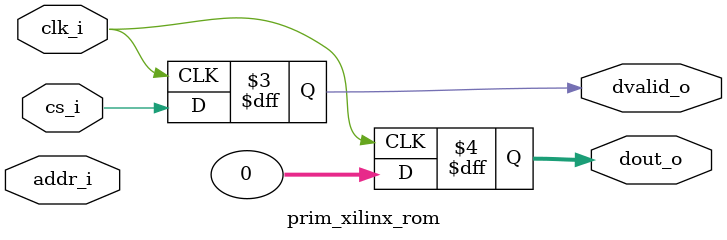
<source format=sv>

/**
 * Implementation of a Read-Only Memory (ROM) primitive for Xilinx FPGAs
 *
 * This implementation of a ROM primitive is coded as outlined in UG 901 to
 * enable Xilinx Vivado infer Block RAM (BRAM) or LUT RAM from it. No mapping
 * target is forced; depending on the Width, Depth and other factors Vivado
 * chooses a mapping target.
 *
 * It is possible to force the mapping to BRAM or distributed RAM by using the
 * ROM_STYLE directive in an XDC file.
 */
module prim_xilinx_rom #(
  parameter  int Width     = 32,
  parameter  int Depth     = 2048, // 8kB default
  parameter  int Aw        = $clog2(Depth)
) (
  input                        clk_i,
  input        [Aw-1:0]        addr_i,
  input                        cs_i,
  output logic [Width-1:0]     dout_o,
  output logic                 dvalid_o

);

  















    // ROM is not initialized
    always_ff @(posedge clk_i) begin
      dout_o <= '0;
    end
  

  always_ff @(posedge clk_i) begin
    dvalid_o <= cs_i;
  end


  ////////////////
  // ASSERTIONS //
  ////////////////

  // Control Signals should never be X
  

endmodule

</source>
